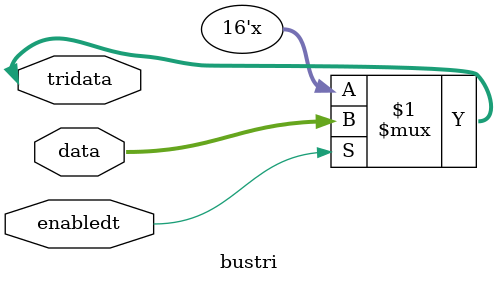
<source format=v>


module bustri (data,
	       enabledt,
	       tridata);
   
   input [15:0]  data;
   input 	 enabledt;
   inout [15:0]  tridata;
   
   assign 	 tridata = enabledt ? data :16'bz;
   
endmodule // bustri



</source>
